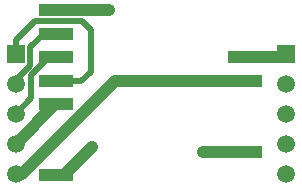
<source format=gbr>
G04 DipTrace 3.0.0.2*
G04 Top.gbr*
%MOIN*%
G04 #@! TF.FileFunction,Copper,L1,Top*
G04 #@! TF.Part,Single*
G04 #@! TA.AperFunction,Conductor*
%ADD13C,0.03937*%
%ADD15C,0.019685*%
G04 #@! TA.AperFunction,ComponentPad*
%ADD17R,0.059055X0.059055*%
%ADD18C,0.059055*%
%ADD19R,0.11811X0.03937*%
G04 #@! TA.AperFunction,ViaPad*
%ADD20C,0.04*%
%FSLAX26Y26*%
G04*
G70*
G90*
G75*
G01*
G04 Top*
%LPD*%
X699475Y992591D2*
D13*
X577822D1*
Y992197D1*
X754987Y992591D2*
X699475D1*
X1115617Y519756D2*
X1207743D1*
X1066010D2*
X1115617D1*
X656562Y495346D2*
X602231Y441016D1*
X577822D1*
X697507Y536291D2*
X656562Y495346D1*
X443963Y446528D2*
X464829D1*
X774278Y755976D1*
X1207743D1*
Y834717D2*
X1343963D1*
Y846528D1*
X443963Y546528D2*
X574672Y677236D1*
X577822D1*
X443963Y646528D2*
D15*
X495144Y697709D1*
Y774480D1*
X555381Y834717D1*
X577822D1*
X443963Y746528D2*
X430577D1*
X490420Y806370D1*
Y867787D1*
X536089Y913457D1*
X577822D1*
X443963Y846528D2*
Y892197D1*
X506168Y954402D1*
X664436D1*
X692388Y926449D1*
Y786291D1*
X662073Y755976D1*
X577822D1*
D20*
X656562Y495346D3*
X697507Y536291D3*
X699475Y992591D3*
X754987D3*
X1115617Y519756D3*
X1066010D3*
D17*
X1343963Y846528D3*
D18*
Y746528D3*
Y646528D3*
Y546528D3*
Y446528D3*
D17*
X443963Y846528D3*
D18*
Y746528D3*
Y646528D3*
Y546528D3*
Y446528D3*
D19*
X577822Y677236D3*
Y755976D3*
Y834717D3*
Y913457D3*
Y992197D3*
Y441016D3*
X1207743Y519756D3*
Y755976D3*
Y834717D3*
M02*

</source>
